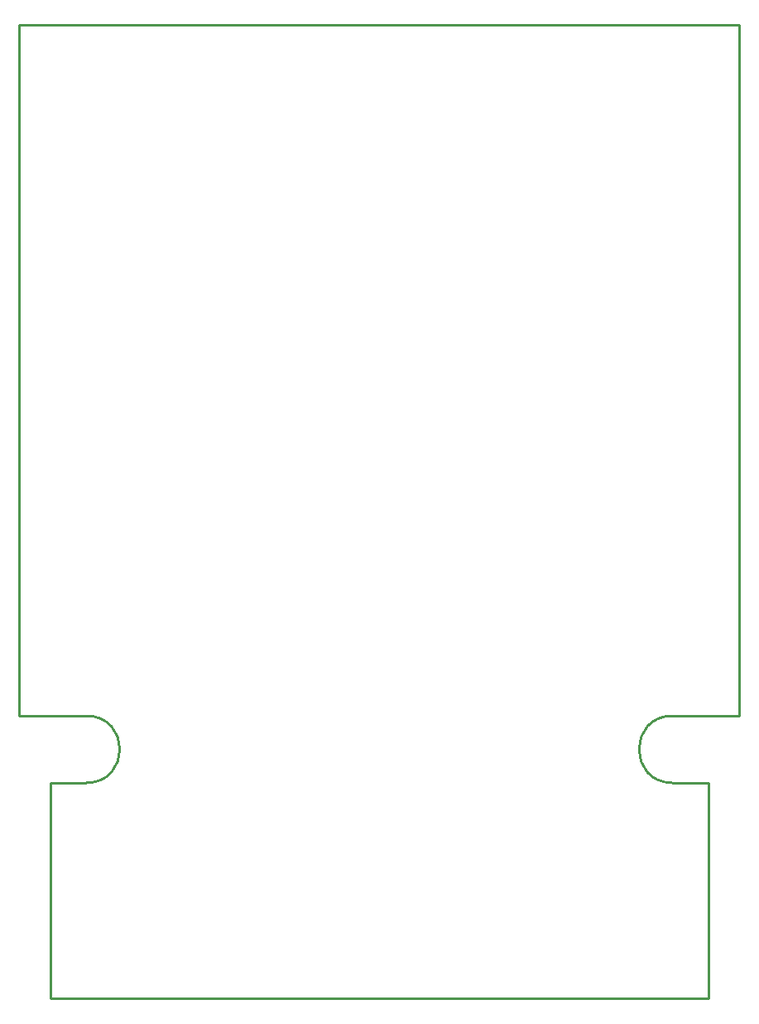
<source format=gko>
%FSLAX25Y25*%
%MOIN*%
G70*
G01*
G75*
G04 Layer_Color=16711935*
%ADD10R,0.03740X0.03150*%
%ADD11R,0.04134X0.05906*%
%ADD12R,0.02362X0.04134*%
%ADD13R,0.03543X0.02953*%
%ADD14R,0.07087X0.29528*%
%ADD15O,0.01378X0.03150*%
%ADD16O,0.03150X0.01378*%
%ADD17R,0.09843X0.09843*%
%ADD18R,0.01969X0.12205*%
%ADD19R,0.07874X0.09843*%
%ADD20R,0.07874X0.12992*%
%ADD21R,0.02362X0.05512*%
%ADD22R,0.04331X0.05709*%
%ADD23R,0.00984X0.07087*%
%ADD24O,0.06890X0.02165*%
%ADD25O,0.02165X0.06890*%
%ADD26R,0.02953X0.03543*%
%ADD27R,0.03150X0.03740*%
%ADD28R,0.04331X0.07480*%
%ADD29R,0.05709X0.04331*%
%ADD30R,0.04134X0.07087*%
%ADD31R,0.03937X0.09055*%
%ADD32R,0.05512X0.02362*%
%ADD33R,0.04331X0.07480*%
%ADD34O,0.03150X0.01181*%
%ADD35O,0.01181X0.03150*%
%ADD36R,0.02362X0.02362*%
%ADD37R,0.03937X0.01181*%
%ADD38R,0.02756X0.01181*%
%ADD39R,0.07087X0.04724*%
%ADD40R,0.06102X0.02362*%
%ADD41R,0.05906X0.11024*%
%ADD42R,0.03150X0.01969*%
%ADD43R,0.04134X0.08661*%
%ADD44R,0.05906X0.17716*%
%ADD45R,0.05906X0.16142*%
%ADD46O,0.01772X0.08268*%
%ADD47O,0.02362X0.13583*%
%ADD48R,0.18898X0.20315*%
%ADD49R,0.01969X0.02362*%
%ADD50R,0.05315X0.02362*%
%ADD51R,0.08465X0.09843*%
%ADD52C,0.01200*%
%ADD53C,0.02000*%
%ADD54C,0.01200*%
%ADD55C,0.03000*%
%ADD56C,0.00800*%
%ADD57C,0.01000*%
%ADD58C,0.04000*%
%ADD59C,0.01500*%
%ADD60R,0.07569X0.07569*%
%ADD61R,0.03937X0.04715*%
%ADD62R,0.07776X0.02559*%
%ADD63R,0.16929X0.07087*%
%ADD64R,0.04134X0.11614*%
%ADD65R,0.01705X0.00581*%
%ADD66R,0.01705X0.01280*%
%ADD67R,0.00239X0.00358*%
%ADD68R,0.00342X0.00386*%
%ADD69R,0.00342X0.00386*%
%ADD70R,0.00239X0.00358*%
%ADD71R,0.00280X0.00186*%
%ADD72R,0.00441X0.00236*%
%ADD73R,0.00248X0.00441*%
%ADD74R,0.00262X0.00395*%
%ADD75R,0.00286X0.00429*%
%ADD76R,0.02142X0.00344*%
%ADD77R,0.04702X0.00344*%
%ADD78C,0.04724*%
%ADD79C,0.05906*%
%ADD80R,0.05906X0.05906*%
%ADD81C,0.05315*%
%ADD82C,0.06000*%
%ADD83C,0.07874*%
%ADD84C,0.19685*%
%ADD85R,0.05906X0.05906*%
%ADD86C,0.09055*%
%ADD87R,0.09055X0.09055*%
%ADD88C,0.02400*%
%ADD89C,0.04800*%
%ADD90C,0.00984*%
%ADD91C,0.00400*%
%ADD92C,0.02362*%
%ADD93C,0.00787*%
%ADD94C,0.00700*%
%ADD95C,0.01969*%
%ADD96C,0.00492*%
%ADD97C,0.00591*%
%ADD98R,0.02165X0.06299*%
%ADD99R,0.02165X0.10236*%
%ADD100R,0.04540X0.03950*%
%ADD101R,0.04934X0.06706*%
%ADD102R,0.03162X0.04934*%
%ADD103R,0.04343X0.03753*%
%ADD104R,0.07887X0.30328*%
%ADD105O,0.02158X0.03930*%
%ADD106O,0.03930X0.02158*%
%ADD107R,0.10642X0.10642*%
%ADD108R,0.02749X0.12985*%
%ADD109R,0.08674X0.10642*%
%ADD110R,0.08674X0.13792*%
%ADD111R,0.03162X0.06312*%
%ADD112R,0.05131X0.06509*%
%ADD113R,0.01564X0.07667*%
%ADD114O,0.07470X0.02745*%
%ADD115O,0.02745X0.07470*%
%ADD116R,0.03753X0.04343*%
%ADD117R,0.03950X0.04540*%
%ADD118R,0.05131X0.08280*%
%ADD119R,0.06509X0.05131*%
%ADD120R,0.04934X0.07887*%
%ADD121R,0.04737X0.09855*%
%ADD122R,0.06312X0.03162*%
%ADD123R,0.05131X0.08280*%
%ADD124O,0.03950X0.01981*%
%ADD125O,0.01981X0.03950*%
%ADD126R,0.03162X0.03162*%
%ADD127R,0.04737X0.01981*%
%ADD128R,0.03136X0.01561*%
%ADD129R,0.07887X0.05524*%
%ADD130R,0.06902X0.03162*%
%ADD131R,0.06706X0.11824*%
%ADD132R,0.03950X0.02769*%
%ADD133R,0.04934X0.09461*%
%ADD134R,0.06706X0.18517*%
%ADD135R,0.06706X0.16942*%
%ADD136O,0.02572X0.09068*%
%ADD137O,0.03162X0.14383*%
%ADD138R,0.19698X0.21115*%
%ADD139R,0.02769X0.03162*%
%ADD140R,0.06115X0.03162*%
%ADD141R,0.09265X0.10642*%
%ADD142C,0.05524*%
%ADD143C,0.06706*%
%ADD144R,0.06706X0.06706*%
%ADD145C,0.06115*%
%ADD146C,0.06800*%
%ADD147C,0.08674*%
%ADD148C,0.20485*%
%ADD149R,0.06706X0.06706*%
%ADD150C,0.09855*%
%ADD151R,0.09855X0.09855*%
%ADD152C,0.03200*%
D57*
X1444134Y1294764D02*
G03*
X1444134Y1267835I0J-13465D01*
G01*
X1208110D02*
G03*
X1208110Y1294764I0J13465D01*
G01*
X1471142D02*
Y1572638D01*
X1458642Y1181102D02*
Y1267835D01*
X1444134Y1294764D02*
X1471142D01*
X1444134Y1267835D02*
X1458642D01*
X1193602Y1181102D02*
X1458642D01*
X1193602Y1267835D02*
X1208110D01*
X1181102Y1294764D02*
X1208110D01*
X1193602Y1181102D02*
Y1267835D01*
X1181102Y1294764D02*
Y1572638D01*
X1471043D01*
M02*

</source>
